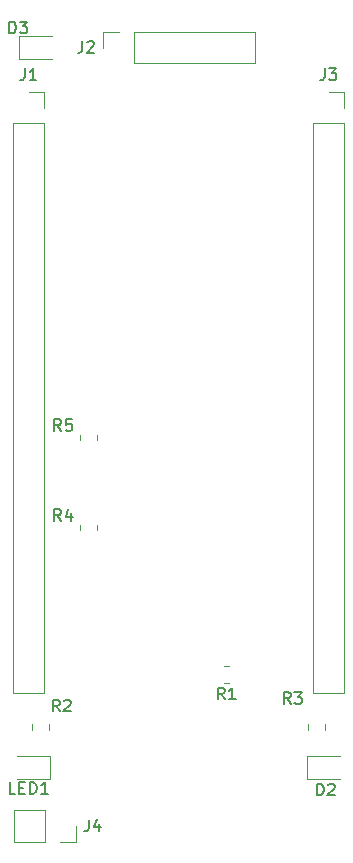
<source format=gbr>
%TF.GenerationSoftware,KiCad,Pcbnew,(6.0.4)*%
%TF.CreationDate,2022-08-23T00:57:11+02:00*%
%TF.ProjectId,MinimistCMZ,4d696e69-6d69-4737-9443-4d5a2e6b6963,rev?*%
%TF.SameCoordinates,Original*%
%TF.FileFunction,Legend,Top*%
%TF.FilePolarity,Positive*%
%FSLAX46Y46*%
G04 Gerber Fmt 4.6, Leading zero omitted, Abs format (unit mm)*
G04 Created by KiCad (PCBNEW (6.0.4)) date 2022-08-23 00:57:11*
%MOMM*%
%LPD*%
G01*
G04 APERTURE LIST*
%ADD10C,0.150000*%
%ADD11C,0.120000*%
G04 APERTURE END LIST*
D10*
%TO.C,R5*%
X134834333Y-103576380D02*
X134501000Y-103100190D01*
X134262904Y-103576380D02*
X134262904Y-102576380D01*
X134643857Y-102576380D01*
X134739095Y-102624000D01*
X134786714Y-102671619D01*
X134834333Y-102766857D01*
X134834333Y-102909714D01*
X134786714Y-103004952D01*
X134739095Y-103052571D01*
X134643857Y-103100190D01*
X134262904Y-103100190D01*
X135739095Y-102576380D02*
X135262904Y-102576380D01*
X135215285Y-103052571D01*
X135262904Y-103004952D01*
X135358142Y-102957333D01*
X135596238Y-102957333D01*
X135691476Y-103004952D01*
X135739095Y-103052571D01*
X135786714Y-103147809D01*
X135786714Y-103385904D01*
X135739095Y-103481142D01*
X135691476Y-103528761D01*
X135596238Y-103576380D01*
X135358142Y-103576380D01*
X135262904Y-103528761D01*
X135215285Y-103481142D01*
%TO.C,R4*%
X134834333Y-111196380D02*
X134501000Y-110720190D01*
X134262904Y-111196380D02*
X134262904Y-110196380D01*
X134643857Y-110196380D01*
X134739095Y-110244000D01*
X134786714Y-110291619D01*
X134834333Y-110386857D01*
X134834333Y-110529714D01*
X134786714Y-110624952D01*
X134739095Y-110672571D01*
X134643857Y-110720190D01*
X134262904Y-110720190D01*
X135691476Y-110529714D02*
X135691476Y-111196380D01*
X135453380Y-110148761D02*
X135215285Y-110863047D01*
X135834333Y-110863047D01*
%TO.C,R3*%
X154265333Y-126690380D02*
X153932000Y-126214190D01*
X153693904Y-126690380D02*
X153693904Y-125690380D01*
X154074857Y-125690380D01*
X154170095Y-125738000D01*
X154217714Y-125785619D01*
X154265333Y-125880857D01*
X154265333Y-126023714D01*
X154217714Y-126118952D01*
X154170095Y-126166571D01*
X154074857Y-126214190D01*
X153693904Y-126214190D01*
X154598666Y-125690380D02*
X155217714Y-125690380D01*
X154884380Y-126071333D01*
X155027238Y-126071333D01*
X155122476Y-126118952D01*
X155170095Y-126166571D01*
X155217714Y-126261809D01*
X155217714Y-126499904D01*
X155170095Y-126595142D01*
X155122476Y-126642761D01*
X155027238Y-126690380D01*
X154741523Y-126690380D01*
X154646285Y-126642761D01*
X154598666Y-126595142D01*
%TO.C,R2*%
X134707333Y-127325380D02*
X134374000Y-126849190D01*
X134135904Y-127325380D02*
X134135904Y-126325380D01*
X134516857Y-126325380D01*
X134612095Y-126373000D01*
X134659714Y-126420619D01*
X134707333Y-126515857D01*
X134707333Y-126658714D01*
X134659714Y-126753952D01*
X134612095Y-126801571D01*
X134516857Y-126849190D01*
X134135904Y-126849190D01*
X135088285Y-126420619D02*
X135135904Y-126373000D01*
X135231142Y-126325380D01*
X135469238Y-126325380D01*
X135564476Y-126373000D01*
X135612095Y-126420619D01*
X135659714Y-126515857D01*
X135659714Y-126611095D01*
X135612095Y-126753952D01*
X135040666Y-127325380D01*
X135659714Y-127325380D01*
%TO.C,R1*%
X148677333Y-126308380D02*
X148344000Y-125832190D01*
X148105904Y-126308380D02*
X148105904Y-125308380D01*
X148486857Y-125308380D01*
X148582095Y-125356000D01*
X148629714Y-125403619D01*
X148677333Y-125498857D01*
X148677333Y-125641714D01*
X148629714Y-125736952D01*
X148582095Y-125784571D01*
X148486857Y-125832190D01*
X148105904Y-125832190D01*
X149629714Y-126308380D02*
X149058285Y-126308380D01*
X149344000Y-126308380D02*
X149344000Y-125308380D01*
X149248761Y-125451238D01*
X149153523Y-125546476D01*
X149058285Y-125594095D01*
%TO.C,LED1*%
X130960952Y-134310380D02*
X130484761Y-134310380D01*
X130484761Y-133310380D01*
X131294285Y-133786571D02*
X131627619Y-133786571D01*
X131770476Y-134310380D02*
X131294285Y-134310380D01*
X131294285Y-133310380D01*
X131770476Y-133310380D01*
X132199047Y-134310380D02*
X132199047Y-133310380D01*
X132437142Y-133310380D01*
X132580000Y-133358000D01*
X132675238Y-133453238D01*
X132722857Y-133548476D01*
X132770476Y-133738952D01*
X132770476Y-133881809D01*
X132722857Y-134072285D01*
X132675238Y-134167523D01*
X132580000Y-134262761D01*
X132437142Y-134310380D01*
X132199047Y-134310380D01*
X133722857Y-134310380D02*
X133151428Y-134310380D01*
X133437142Y-134310380D02*
X133437142Y-133310380D01*
X133341904Y-133453238D01*
X133246666Y-133548476D01*
X133151428Y-133596095D01*
%TO.C,J4*%
X137183666Y-136485380D02*
X137183666Y-137199666D01*
X137136047Y-137342523D01*
X137040809Y-137437761D01*
X136897952Y-137485380D01*
X136802714Y-137485380D01*
X138088428Y-136818714D02*
X138088428Y-137485380D01*
X137850333Y-136437761D02*
X137612238Y-137152047D01*
X138231285Y-137152047D01*
%TO.C,J3*%
X157146666Y-72882380D02*
X157146666Y-73596666D01*
X157099047Y-73739523D01*
X157003809Y-73834761D01*
X156860952Y-73882380D01*
X156765714Y-73882380D01*
X157527619Y-72882380D02*
X158146666Y-72882380D01*
X157813333Y-73263333D01*
X157956190Y-73263333D01*
X158051428Y-73310952D01*
X158099047Y-73358571D01*
X158146666Y-73453809D01*
X158146666Y-73691904D01*
X158099047Y-73787142D01*
X158051428Y-73834761D01*
X157956190Y-73882380D01*
X157670476Y-73882380D01*
X157575238Y-73834761D01*
X157527619Y-73787142D01*
%TO.C,J2*%
X136626666Y-70572380D02*
X136626666Y-71286666D01*
X136579047Y-71429523D01*
X136483809Y-71524761D01*
X136340952Y-71572380D01*
X136245714Y-71572380D01*
X137055238Y-70667619D02*
X137102857Y-70620000D01*
X137198095Y-70572380D01*
X137436190Y-70572380D01*
X137531428Y-70620000D01*
X137579047Y-70667619D01*
X137626666Y-70762857D01*
X137626666Y-70858095D01*
X137579047Y-71000952D01*
X137007619Y-71572380D01*
X137626666Y-71572380D01*
%TO.C,J1*%
X131746666Y-72882380D02*
X131746666Y-73596666D01*
X131699047Y-73739523D01*
X131603809Y-73834761D01*
X131460952Y-73882380D01*
X131365714Y-73882380D01*
X132746666Y-73882380D02*
X132175238Y-73882380D01*
X132460952Y-73882380D02*
X132460952Y-72882380D01*
X132365714Y-73025238D01*
X132270476Y-73120476D01*
X132175238Y-73168095D01*
%TO.C,D3*%
X130452904Y-69921380D02*
X130452904Y-68921380D01*
X130691000Y-68921380D01*
X130833857Y-68969000D01*
X130929095Y-69064238D01*
X130976714Y-69159476D01*
X131024333Y-69349952D01*
X131024333Y-69492809D01*
X130976714Y-69683285D01*
X130929095Y-69778523D01*
X130833857Y-69873761D01*
X130691000Y-69921380D01*
X130452904Y-69921380D01*
X131357666Y-68921380D02*
X131976714Y-68921380D01*
X131643380Y-69302333D01*
X131786238Y-69302333D01*
X131881476Y-69349952D01*
X131929095Y-69397571D01*
X131976714Y-69492809D01*
X131976714Y-69730904D01*
X131929095Y-69826142D01*
X131881476Y-69873761D01*
X131786238Y-69921380D01*
X131500523Y-69921380D01*
X131405285Y-69873761D01*
X131357666Y-69826142D01*
%TO.C,D2*%
X156487904Y-134437380D02*
X156487904Y-133437380D01*
X156726000Y-133437380D01*
X156868857Y-133485000D01*
X156964095Y-133580238D01*
X157011714Y-133675476D01*
X157059333Y-133865952D01*
X157059333Y-134008809D01*
X157011714Y-134199285D01*
X156964095Y-134294523D01*
X156868857Y-134389761D01*
X156726000Y-134437380D01*
X156487904Y-134437380D01*
X157440285Y-133532619D02*
X157487904Y-133485000D01*
X157583142Y-133437380D01*
X157821238Y-133437380D01*
X157916476Y-133485000D01*
X157964095Y-133532619D01*
X158011714Y-133627857D01*
X158011714Y-133723095D01*
X157964095Y-133865952D01*
X157392666Y-134437380D01*
X158011714Y-134437380D01*
D11*
%TO.C,R5*%
X136425000Y-104367064D02*
X136425000Y-103912936D01*
X137895000Y-104367064D02*
X137895000Y-103912936D01*
%TO.C,R4*%
X136425000Y-111987064D02*
X136425000Y-111532936D01*
X137895000Y-111987064D02*
X137895000Y-111532936D01*
%TO.C,R3*%
X155729000Y-128878064D02*
X155729000Y-128423936D01*
X157199000Y-128878064D02*
X157199000Y-128423936D01*
%TO.C,R2*%
X133831000Y-128423936D02*
X133831000Y-128878064D01*
X132361000Y-128423936D02*
X132361000Y-128878064D01*
%TO.C,R1*%
X149071064Y-124941000D02*
X148616936Y-124941000D01*
X149071064Y-123471000D02*
X148616936Y-123471000D01*
%TO.C,LED1*%
X133940000Y-131120000D02*
X131080000Y-131120000D01*
X131080000Y-133040000D02*
X133940000Y-133040000D01*
X133940000Y-133040000D02*
X133940000Y-131120000D01*
%TO.C,J4*%
X133477000Y-135703000D02*
X130877000Y-135703000D01*
X133477000Y-138363000D02*
X130877000Y-138363000D01*
X133477000Y-135703000D02*
X133477000Y-138363000D01*
X136077000Y-137033000D02*
X136077000Y-138363000D01*
X136077000Y-138363000D02*
X134747000Y-138363000D01*
X130877000Y-135703000D02*
X130877000Y-138363000D01*
%TO.C,J3*%
X156150000Y-77470000D02*
X156150000Y-125790000D01*
X158810000Y-74870000D02*
X158810000Y-76200000D01*
X156150000Y-77470000D02*
X158810000Y-77470000D01*
X157480000Y-74870000D02*
X158810000Y-74870000D01*
X156150000Y-125790000D02*
X158810000Y-125790000D01*
X158810000Y-77470000D02*
X158810000Y-125790000D01*
%TO.C,J2*%
X138400000Y-71120000D02*
X138400000Y-69790000D01*
X151220000Y-72450000D02*
X151220000Y-69790000D01*
X141000000Y-72450000D02*
X141000000Y-69790000D01*
X141000000Y-72450000D02*
X151220000Y-72450000D01*
X141000000Y-69790000D02*
X151220000Y-69790000D01*
X138400000Y-69790000D02*
X139730000Y-69790000D01*
%TO.C,J1*%
X133410000Y-77470000D02*
X133410000Y-125790000D01*
X130750000Y-125790000D02*
X133410000Y-125790000D01*
X132080000Y-74870000D02*
X133410000Y-74870000D01*
X130750000Y-77470000D02*
X133410000Y-77470000D01*
X133410000Y-74870000D02*
X133410000Y-76200000D01*
X130750000Y-77470000D02*
X130750000Y-125790000D01*
%TO.C,D3*%
X131236000Y-70160000D02*
X131236000Y-72080000D01*
X134096000Y-70160000D02*
X131236000Y-70160000D01*
X131236000Y-72080000D02*
X134096000Y-72080000D01*
%TO.C,D2*%
X155620000Y-131120000D02*
X155620000Y-133040000D01*
X158480000Y-131120000D02*
X155620000Y-131120000D01*
X155620000Y-133040000D02*
X158480000Y-133040000D01*
%TD*%
M02*

</source>
